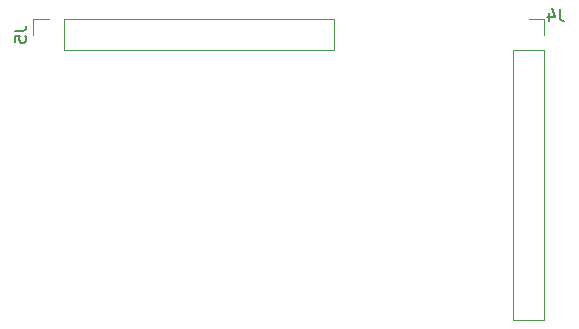
<source format=gbr>
G04 #@! TF.GenerationSoftware,KiCad,Pcbnew,(5.1.6)-1*
G04 #@! TF.CreationDate,2020-07-08T14:04:07+02:00*
G04 #@! TF.ProjectId,InteractiveGuitar,496e7465-7261-4637-9469-766547756974,rev?*
G04 #@! TF.SameCoordinates,Original*
G04 #@! TF.FileFunction,Legend,Bot*
G04 #@! TF.FilePolarity,Positive*
%FSLAX46Y46*%
G04 Gerber Fmt 4.6, Leading zero omitted, Abs format (unit mm)*
G04 Created by KiCad (PCBNEW (5.1.6)-1) date 2020-07-08 14:04:07*
%MOMM*%
%LPD*%
G01*
G04 APERTURE LIST*
%ADD10C,0.120000*%
%ADD11C,0.150000*%
G04 APERTURE END LIST*
D10*
X125479500Y-103112500D02*
X125479500Y-104442500D01*
X126809500Y-103112500D02*
X125479500Y-103112500D01*
X128079500Y-103112500D02*
X128079500Y-105772500D01*
X128079500Y-105772500D02*
X150999500Y-105772500D01*
X128079500Y-103112500D02*
X150999500Y-103112500D01*
X150999500Y-103112500D02*
X150999500Y-105772500D01*
X168779500Y-103112500D02*
X167449500Y-103112500D01*
X168779500Y-104442500D02*
X168779500Y-103112500D01*
X168779500Y-105712500D02*
X166119500Y-105712500D01*
X166119500Y-105712500D02*
X166119500Y-128632500D01*
X168779500Y-105712500D02*
X168779500Y-128632500D01*
X168779500Y-128632500D02*
X166119500Y-128632500D01*
D11*
X123931880Y-104109166D02*
X124646166Y-104109166D01*
X124789023Y-104061547D01*
X124884261Y-103966309D01*
X124931880Y-103823452D01*
X124931880Y-103728214D01*
X123931880Y-105061547D02*
X123931880Y-104585357D01*
X124408071Y-104537738D01*
X124360452Y-104585357D01*
X124312833Y-104680595D01*
X124312833Y-104918690D01*
X124360452Y-105013928D01*
X124408071Y-105061547D01*
X124503309Y-105109166D01*
X124741404Y-105109166D01*
X124836642Y-105061547D01*
X124884261Y-105013928D01*
X124931880Y-104918690D01*
X124931880Y-104680595D01*
X124884261Y-104585357D01*
X124836642Y-104537738D01*
X170068833Y-102258880D02*
X170068833Y-102973166D01*
X170116452Y-103116023D01*
X170211690Y-103211261D01*
X170354547Y-103258880D01*
X170449785Y-103258880D01*
X169164071Y-102592214D02*
X169164071Y-103258880D01*
X169402166Y-102211261D02*
X169640261Y-102925547D01*
X169021214Y-102925547D01*
M02*

</source>
